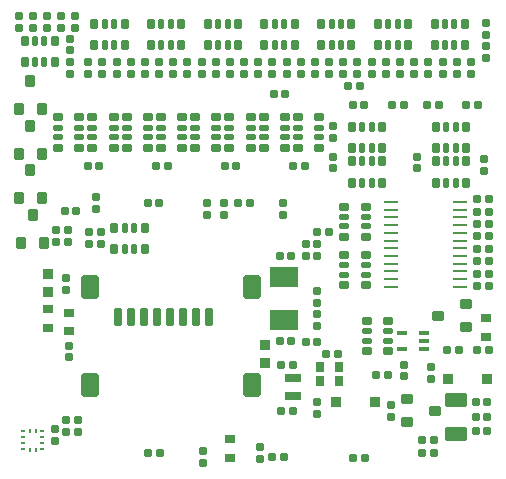
<source format=gbp>
G04*
G04 #@! TF.GenerationSoftware,Altium Limited,Altium Designer,22.11.1 (43)*
G04*
G04 Layer_Color=128*
%FSLAX25Y25*%
%MOIN*%
G70*
G04*
G04 #@! TF.SameCoordinates,8C82D437-5C52-4462-93A3-0E09C5BBDBC0*
G04*
G04*
G04 #@! TF.FilePolarity,Positive*
G04*
G01*
G75*
G04:AMPARAMS|DCode=25|XSize=27.56mil|YSize=23.62mil|CornerRadius=2.36mil|HoleSize=0mil|Usage=FLASHONLY|Rotation=0.000|XOffset=0mil|YOffset=0mil|HoleType=Round|Shape=RoundedRectangle|*
%AMROUNDEDRECTD25*
21,1,0.02756,0.01890,0,0,0.0*
21,1,0.02284,0.02362,0,0,0.0*
1,1,0.00472,0.01142,-0.00945*
1,1,0.00472,-0.01142,-0.00945*
1,1,0.00472,-0.01142,0.00945*
1,1,0.00472,0.01142,0.00945*
%
%ADD25ROUNDEDRECTD25*%
G04:AMPARAMS|DCode=29|XSize=25.59mil|YSize=31.5mil|CornerRadius=2.56mil|HoleSize=0mil|Usage=FLASHONLY|Rotation=270.000|XOffset=0mil|YOffset=0mil|HoleType=Round|Shape=RoundedRectangle|*
%AMROUNDEDRECTD29*
21,1,0.02559,0.02638,0,0,270.0*
21,1,0.02047,0.03150,0,0,270.0*
1,1,0.00512,-0.01319,-0.01024*
1,1,0.00512,-0.01319,0.01024*
1,1,0.00512,0.01319,0.01024*
1,1,0.00512,0.01319,-0.01024*
%
%ADD29ROUNDEDRECTD29*%
G04:AMPARAMS|DCode=30|XSize=17.72mil|YSize=31.5mil|CornerRadius=1.77mil|HoleSize=0mil|Usage=FLASHONLY|Rotation=270.000|XOffset=0mil|YOffset=0mil|HoleType=Round|Shape=RoundedRectangle|*
%AMROUNDEDRECTD30*
21,1,0.01772,0.02795,0,0,270.0*
21,1,0.01417,0.03150,0,0,270.0*
1,1,0.00354,-0.01398,-0.00709*
1,1,0.00354,-0.01398,0.00709*
1,1,0.00354,0.01398,0.00709*
1,1,0.00354,0.01398,-0.00709*
%
%ADD30ROUNDEDRECTD30*%
G04:AMPARAMS|DCode=34|XSize=12.6mil|YSize=31.5mil|CornerRadius=1.26mil|HoleSize=0mil|Usage=FLASHONLY|Rotation=270.000|XOffset=0mil|YOffset=0mil|HoleType=Round|Shape=RoundedRectangle|*
%AMROUNDEDRECTD34*
21,1,0.01260,0.02898,0,0,270.0*
21,1,0.01008,0.03150,0,0,270.0*
1,1,0.00252,-0.01449,-0.00504*
1,1,0.00252,-0.01449,0.00504*
1,1,0.00252,0.01449,0.00504*
1,1,0.00252,0.01449,-0.00504*
%
%ADD34ROUNDEDRECTD34*%
G04:AMPARAMS|DCode=40|XSize=27.56mil|YSize=23.62mil|CornerRadius=2.36mil|HoleSize=0mil|Usage=FLASHONLY|Rotation=270.000|XOffset=0mil|YOffset=0mil|HoleType=Round|Shape=RoundedRectangle|*
%AMROUNDEDRECTD40*
21,1,0.02756,0.01890,0,0,270.0*
21,1,0.02284,0.02362,0,0,270.0*
1,1,0.00472,-0.00945,-0.01142*
1,1,0.00472,-0.00945,0.01142*
1,1,0.00472,0.00945,0.01142*
1,1,0.00472,0.00945,-0.01142*
%
%ADD40ROUNDEDRECTD40*%
G04:AMPARAMS|DCode=87|XSize=59.06mil|YSize=25.59mil|CornerRadius=2.56mil|HoleSize=0mil|Usage=FLASHONLY|Rotation=270.000|XOffset=0mil|YOffset=0mil|HoleType=Round|Shape=RoundedRectangle|*
%AMROUNDEDRECTD87*
21,1,0.05906,0.02047,0,0,270.0*
21,1,0.05394,0.02559,0,0,270.0*
1,1,0.00512,-0.01024,-0.02697*
1,1,0.00512,-0.01024,0.02697*
1,1,0.00512,0.01024,0.02697*
1,1,0.00512,0.01024,-0.02697*
%
%ADD87ROUNDEDRECTD87*%
G04:AMPARAMS|DCode=88|XSize=78.74mil|YSize=57.09mil|CornerRadius=5.71mil|HoleSize=0mil|Usage=FLASHONLY|Rotation=270.000|XOffset=0mil|YOffset=0mil|HoleType=Round|Shape=RoundedRectangle|*
%AMROUNDEDRECTD88*
21,1,0.07874,0.04567,0,0,270.0*
21,1,0.06732,0.05709,0,0,270.0*
1,1,0.01142,-0.02284,-0.03366*
1,1,0.01142,-0.02284,0.03366*
1,1,0.01142,0.02284,0.03366*
1,1,0.01142,0.02284,-0.03366*
%
%ADD88ROUNDEDRECTD88*%
G04:AMPARAMS|DCode=89|XSize=35.83mil|YSize=33.47mil|CornerRadius=3.35mil|HoleSize=0mil|Usage=FLASHONLY|Rotation=180.000|XOffset=0mil|YOffset=0mil|HoleType=Round|Shape=RoundedRectangle|*
%AMROUNDEDRECTD89*
21,1,0.03583,0.02677,0,0,180.0*
21,1,0.02913,0.03347,0,0,180.0*
1,1,0.00669,-0.01457,0.01339*
1,1,0.00669,0.01457,0.01339*
1,1,0.00669,0.01457,-0.01339*
1,1,0.00669,-0.01457,-0.01339*
%
%ADD89ROUNDEDRECTD89*%
%ADD91R,0.09449X0.06693*%
G04:AMPARAMS|DCode=92|XSize=25.59mil|YSize=31.5mil|CornerRadius=2.56mil|HoleSize=0mil|Usage=FLASHONLY|Rotation=180.000|XOffset=0mil|YOffset=0mil|HoleType=Round|Shape=RoundedRectangle|*
%AMROUNDEDRECTD92*
21,1,0.02559,0.02638,0,0,180.0*
21,1,0.02047,0.03150,0,0,180.0*
1,1,0.00512,-0.01024,0.01319*
1,1,0.00512,0.01024,0.01319*
1,1,0.00512,0.01024,-0.01319*
1,1,0.00512,-0.01024,-0.01319*
%
%ADD92ROUNDEDRECTD92*%
G04:AMPARAMS|DCode=93|XSize=17.72mil|YSize=31.5mil|CornerRadius=1.77mil|HoleSize=0mil|Usage=FLASHONLY|Rotation=180.000|XOffset=0mil|YOffset=0mil|HoleType=Round|Shape=RoundedRectangle|*
%AMROUNDEDRECTD93*
21,1,0.01772,0.02795,0,0,180.0*
21,1,0.01417,0.03150,0,0,180.0*
1,1,0.00354,-0.00709,0.01398*
1,1,0.00354,0.00709,0.01398*
1,1,0.00354,0.00709,-0.01398*
1,1,0.00354,-0.00709,-0.01398*
%
%ADD93ROUNDEDRECTD93*%
G04:AMPARAMS|DCode=94|XSize=35.43mil|YSize=37.4mil|CornerRadius=3.54mil|HoleSize=0mil|Usage=FLASHONLY|Rotation=90.000|XOffset=0mil|YOffset=0mil|HoleType=Round|Shape=RoundedRectangle|*
%AMROUNDEDRECTD94*
21,1,0.03543,0.03032,0,0,90.0*
21,1,0.02835,0.03740,0,0,90.0*
1,1,0.00709,0.01516,0.01417*
1,1,0.00709,0.01516,-0.01417*
1,1,0.00709,-0.01516,-0.01417*
1,1,0.00709,-0.01516,0.01417*
%
%ADD94ROUNDEDRECTD94*%
G04:AMPARAMS|DCode=95|XSize=35.43mil|YSize=37.4mil|CornerRadius=3.54mil|HoleSize=0mil|Usage=FLASHONLY|Rotation=90.000|XOffset=0mil|YOffset=0mil|HoleType=Round|Shape=RoundedRectangle|*
%AMROUNDEDRECTD95*
21,1,0.03543,0.03032,0,0,90.0*
21,1,0.02835,0.03740,0,0,90.0*
1,1,0.00709,0.01516,0.01417*
1,1,0.00709,0.01516,-0.01417*
1,1,0.00709,-0.01516,-0.01417*
1,1,0.00709,-0.01516,0.01417*
%
%ADD95ROUNDEDRECTD95*%
G04:AMPARAMS|DCode=96|XSize=27.56mil|YSize=36.22mil|CornerRadius=2.76mil|HoleSize=0mil|Usage=FLASHONLY|Rotation=270.000|XOffset=0mil|YOffset=0mil|HoleType=Round|Shape=RoundedRectangle|*
%AMROUNDEDRECTD96*
21,1,0.02756,0.03071,0,0,270.0*
21,1,0.02205,0.03622,0,0,270.0*
1,1,0.00551,-0.01535,-0.01102*
1,1,0.00551,-0.01535,0.01102*
1,1,0.00551,0.01535,0.01102*
1,1,0.00551,0.01535,-0.01102*
%
%ADD96ROUNDEDRECTD96*%
G04:AMPARAMS|DCode=97|XSize=27.56mil|YSize=55.12mil|CornerRadius=2.76mil|HoleSize=0mil|Usage=FLASHONLY|Rotation=90.000|XOffset=0mil|YOffset=0mil|HoleType=Round|Shape=RoundedRectangle|*
%AMROUNDEDRECTD97*
21,1,0.02756,0.04961,0,0,90.0*
21,1,0.02205,0.05512,0,0,90.0*
1,1,0.00551,0.02480,0.01102*
1,1,0.00551,0.02480,-0.01102*
1,1,0.00551,-0.02480,-0.01102*
1,1,0.00551,-0.02480,0.01102*
%
%ADD97ROUNDEDRECTD97*%
G04:AMPARAMS|DCode=98|XSize=27.56mil|YSize=36.22mil|CornerRadius=2.76mil|HoleSize=0mil|Usage=FLASHONLY|Rotation=180.000|XOffset=0mil|YOffset=0mil|HoleType=Round|Shape=RoundedRectangle|*
%AMROUNDEDRECTD98*
21,1,0.02756,0.03071,0,0,180.0*
21,1,0.02205,0.03622,0,0,180.0*
1,1,0.00551,-0.01102,0.01535*
1,1,0.00551,0.01102,0.01535*
1,1,0.00551,0.01102,-0.01535*
1,1,0.00551,-0.01102,-0.01535*
%
%ADD98ROUNDEDRECTD98*%
G04:AMPARAMS|DCode=99|XSize=70.87mil|YSize=45.28mil|CornerRadius=4.53mil|HoleSize=0mil|Usage=FLASHONLY|Rotation=180.000|XOffset=0mil|YOffset=0mil|HoleType=Round|Shape=RoundedRectangle|*
%AMROUNDEDRECTD99*
21,1,0.07087,0.03622,0,0,180.0*
21,1,0.06181,0.04528,0,0,180.0*
1,1,0.00906,-0.03091,0.01811*
1,1,0.00906,0.03091,0.01811*
1,1,0.00906,0.03091,-0.01811*
1,1,0.00906,-0.03091,-0.01811*
%
%ADD99ROUNDEDRECTD99*%
G04:AMPARAMS|DCode=100|XSize=33.47mil|YSize=33.47mil|CornerRadius=3.35mil|HoleSize=0mil|Usage=FLASHONLY|Rotation=90.000|XOffset=0mil|YOffset=0mil|HoleType=Round|Shape=RoundedRectangle|*
%AMROUNDEDRECTD100*
21,1,0.03347,0.02677,0,0,90.0*
21,1,0.02677,0.03347,0,0,90.0*
1,1,0.00669,0.01339,0.01339*
1,1,0.00669,0.01339,-0.01339*
1,1,0.00669,-0.01339,-0.01339*
1,1,0.00669,-0.01339,0.01339*
%
%ADD100ROUNDEDRECTD100*%
%ADD101O,0.04961X0.00984*%
G04:AMPARAMS|DCode=102|XSize=35.43mil|YSize=37.4mil|CornerRadius=3.54mil|HoleSize=0mil|Usage=FLASHONLY|Rotation=180.000|XOffset=0mil|YOffset=0mil|HoleType=Round|Shape=RoundedRectangle|*
%AMROUNDEDRECTD102*
21,1,0.03543,0.03032,0,0,180.0*
21,1,0.02835,0.03740,0,0,180.0*
1,1,0.00709,-0.01417,0.01516*
1,1,0.00709,0.01417,0.01516*
1,1,0.00709,0.01417,-0.01516*
1,1,0.00709,-0.01417,-0.01516*
%
%ADD102ROUNDEDRECTD102*%
G04:AMPARAMS|DCode=103|XSize=35.43mil|YSize=37.4mil|CornerRadius=3.54mil|HoleSize=0mil|Usage=FLASHONLY|Rotation=180.000|XOffset=0mil|YOffset=0mil|HoleType=Round|Shape=RoundedRectangle|*
%AMROUNDEDRECTD103*
21,1,0.03543,0.03032,0,0,180.0*
21,1,0.02835,0.03740,0,0,180.0*
1,1,0.00709,-0.01417,0.01516*
1,1,0.00709,0.01417,0.01516*
1,1,0.00709,0.01417,-0.01516*
1,1,0.00709,-0.01417,-0.01516*
%
%ADD103ROUNDEDRECTD103*%
%ADD104R,0.00984X0.01378*%
%ADD105R,0.01378X0.00984*%
D25*
X161036Y104996D02*
D03*
Y101058D02*
D03*
X134252Y32677D02*
D03*
Y36614D02*
D03*
X143307Y31890D02*
D03*
Y35827D02*
D03*
X31890Y88583D02*
D03*
Y92520D02*
D03*
X94193Y90453D02*
D03*
Y86516D02*
D03*
X105511Y24016D02*
D03*
Y20079D02*
D03*
X74508Y90453D02*
D03*
Y86516D02*
D03*
X86319Y9154D02*
D03*
Y5217D02*
D03*
X33464Y76772D02*
D03*
Y80709D02*
D03*
X29528Y76772D02*
D03*
Y80709D02*
D03*
X129921Y23228D02*
D03*
Y19291D02*
D03*
X21850Y61417D02*
D03*
Y65354D02*
D03*
X22834Y38976D02*
D03*
Y42913D02*
D03*
X68602Y90453D02*
D03*
Y86516D02*
D03*
X67322Y3937D02*
D03*
Y7874D02*
D03*
X105511Y53543D02*
D03*
Y49606D02*
D03*
Y57087D02*
D03*
Y61024D02*
D03*
X118897Y133465D02*
D03*
Y137402D02*
D03*
X114173Y133465D02*
D03*
Y137402D02*
D03*
X109449Y133465D02*
D03*
Y137402D02*
D03*
X104724Y133465D02*
D03*
Y137402D02*
D03*
X20079Y152756D02*
D03*
Y148819D02*
D03*
X15354D02*
D03*
Y152756D02*
D03*
X10630D02*
D03*
Y148819D02*
D03*
X5906Y152756D02*
D03*
Y148819D02*
D03*
X138779Y105905D02*
D03*
Y101969D02*
D03*
X110826Y105905D02*
D03*
Y101969D02*
D03*
X142520Y133465D02*
D03*
Y137402D02*
D03*
X147244Y133465D02*
D03*
Y137402D02*
D03*
X151969Y133465D02*
D03*
Y137402D02*
D03*
X156693Y133465D02*
D03*
Y137402D02*
D03*
X123622Y133465D02*
D03*
Y137402D02*
D03*
X128346Y133465D02*
D03*
Y137402D02*
D03*
X133071Y133465D02*
D03*
Y137402D02*
D03*
X137795Y133465D02*
D03*
Y137402D02*
D03*
X85827Y133465D02*
D03*
Y137402D02*
D03*
X90551Y133465D02*
D03*
Y137402D02*
D03*
X95276Y133465D02*
D03*
Y137402D02*
D03*
X100000Y133465D02*
D03*
Y137402D02*
D03*
X66929D02*
D03*
Y133465D02*
D03*
X71653D02*
D03*
Y137402D02*
D03*
X76378Y133465D02*
D03*
Y137402D02*
D03*
X81102Y133465D02*
D03*
Y137402D02*
D03*
X48031Y133465D02*
D03*
Y137402D02*
D03*
X52756Y133465D02*
D03*
Y137402D02*
D03*
X57480Y133465D02*
D03*
Y137402D02*
D03*
X62204Y133465D02*
D03*
Y137402D02*
D03*
X33858Y133465D02*
D03*
Y137402D02*
D03*
X38582Y133465D02*
D03*
Y137402D02*
D03*
X43307Y133465D02*
D03*
Y137402D02*
D03*
X161811Y142717D02*
D03*
Y138779D02*
D03*
X24803Y148819D02*
D03*
Y152756D02*
D03*
X110826Y116142D02*
D03*
Y112205D02*
D03*
X23228Y137402D02*
D03*
Y133465D02*
D03*
X161811Y150394D02*
D03*
Y146457D02*
D03*
X23228Y141339D02*
D03*
Y145276D02*
D03*
X18110Y11024D02*
D03*
Y14961D02*
D03*
X29133Y133465D02*
D03*
Y137402D02*
D03*
D29*
X129134Y41043D02*
D03*
X122047D02*
D03*
X122047Y51083D02*
D03*
X129134D02*
D03*
X114567Y89272D02*
D03*
X121653D02*
D03*
Y79232D02*
D03*
X114567D02*
D03*
Y73130D02*
D03*
X121653D02*
D03*
Y63091D02*
D03*
X114567D02*
D03*
X19094Y108957D02*
D03*
X26181D02*
D03*
Y118996D02*
D03*
X19094Y118996D02*
D03*
X37598Y118996D02*
D03*
X30512D02*
D03*
Y108957D02*
D03*
X37598Y108957D02*
D03*
X87598Y108957D02*
D03*
X94685D02*
D03*
Y118996D02*
D03*
X87598D02*
D03*
X106102Y118996D02*
D03*
X99015Y118996D02*
D03*
Y108957D02*
D03*
X106102D02*
D03*
X64763Y108957D02*
D03*
X71850Y108957D02*
D03*
X71850Y118996D02*
D03*
X64763D02*
D03*
X83267Y118996D02*
D03*
X76181Y118996D02*
D03*
Y108957D02*
D03*
X83267D02*
D03*
X41929Y108957D02*
D03*
X49015Y108957D02*
D03*
X49015Y118996D02*
D03*
X41929D02*
D03*
X60433Y118996D02*
D03*
X53346Y118996D02*
D03*
Y108957D02*
D03*
X60433D02*
D03*
D30*
X122047Y47638D02*
D03*
Y44488D02*
D03*
X129134Y44488D02*
D03*
X129134Y47638D02*
D03*
X121653Y82677D02*
D03*
Y85827D02*
D03*
X114567D02*
D03*
Y82677D02*
D03*
X121653Y66536D02*
D03*
Y69685D02*
D03*
X114567D02*
D03*
Y66536D02*
D03*
X19094Y112402D02*
D03*
Y115551D02*
D03*
X26181D02*
D03*
Y112402D02*
D03*
X37598Y115551D02*
D03*
Y112402D02*
D03*
X30512D02*
D03*
Y115551D02*
D03*
X87598Y112402D02*
D03*
Y115551D02*
D03*
X94685D02*
D03*
Y112402D02*
D03*
X106102Y115551D02*
D03*
Y112402D02*
D03*
X99015D02*
D03*
Y115551D02*
D03*
X64763Y112402D02*
D03*
Y115551D02*
D03*
X71850D02*
D03*
Y112402D02*
D03*
X83267Y115551D02*
D03*
X83267Y112402D02*
D03*
X76181Y112402D02*
D03*
Y115551D02*
D03*
X41929Y112402D02*
D03*
Y115551D02*
D03*
X49015D02*
D03*
Y112402D02*
D03*
X60433Y115551D02*
D03*
X60433Y112402D02*
D03*
X53346Y112402D02*
D03*
Y115551D02*
D03*
D34*
X141142Y47047D02*
D03*
Y44488D02*
D03*
Y41929D02*
D03*
X133661D02*
D03*
Y47047D02*
D03*
D40*
X125197Y33071D02*
D03*
X129134D02*
D03*
X25197Y87795D02*
D03*
X21260D02*
D03*
X162205Y14567D02*
D03*
X158268D02*
D03*
X94488Y5906D02*
D03*
X90551D02*
D03*
X25787Y18110D02*
D03*
X21850D02*
D03*
X53150Y7087D02*
D03*
X49213D02*
D03*
X140551Y6988D02*
D03*
X144488D02*
D03*
X140551Y11417D02*
D03*
X144488D02*
D03*
X105511Y72835D02*
D03*
X101575D02*
D03*
X96850D02*
D03*
X92913D02*
D03*
X96850Y44488D02*
D03*
X92913D02*
D03*
X162205Y24016D02*
D03*
X158268D02*
D03*
X117520Y5315D02*
D03*
X121457D02*
D03*
X162205Y19291D02*
D03*
X158268D02*
D03*
X105512Y80709D02*
D03*
X109449D02*
D03*
X22441Y81496D02*
D03*
X18504D02*
D03*
X22441Y77559D02*
D03*
X18504D02*
D03*
X21850Y14173D02*
D03*
X25787D02*
D03*
X48917Y90453D02*
D03*
X52854D02*
D03*
X105512Y44094D02*
D03*
X101575D02*
D03*
X105512Y76772D02*
D03*
X101575D02*
D03*
X97244Y21260D02*
D03*
X93307D02*
D03*
X97244Y36614D02*
D03*
X93307D02*
D03*
X83169Y90453D02*
D03*
X79232D02*
D03*
X112500Y40059D02*
D03*
X108563D02*
D03*
X28937Y102756D02*
D03*
X32874D02*
D03*
X97441D02*
D03*
X101378D02*
D03*
X74606D02*
D03*
X78543D02*
D03*
X51772D02*
D03*
X55709D02*
D03*
X90945Y126772D02*
D03*
X94882D02*
D03*
X145996Y123228D02*
D03*
X142059D02*
D03*
X155185Y123228D02*
D03*
X159122D02*
D03*
X121193Y123228D02*
D03*
X117256D02*
D03*
X130382Y123228D02*
D03*
X134318D02*
D03*
X158661Y41339D02*
D03*
X162598D02*
D03*
X152756D02*
D03*
X148819D02*
D03*
X115748Y129528D02*
D03*
X119685D02*
D03*
X162598Y91732D02*
D03*
X158661D02*
D03*
X162598Y79331D02*
D03*
X158661D02*
D03*
X162598Y75197D02*
D03*
X158661D02*
D03*
X162598Y66929D02*
D03*
X158661D02*
D03*
X162598Y71063D02*
D03*
X158661D02*
D03*
X162598Y62795D02*
D03*
X158661D02*
D03*
X162598Y83465D02*
D03*
X158661D02*
D03*
X162598Y87598D02*
D03*
X158661D02*
D03*
D87*
X69409Y52350D02*
D03*
X65078D02*
D03*
X60748D02*
D03*
X56417D02*
D03*
X52086D02*
D03*
X47756D02*
D03*
X43425D02*
D03*
X39094D02*
D03*
D88*
X29724Y62587D02*
D03*
Y29909D02*
D03*
X83858D02*
D03*
Y62587D02*
D03*
D89*
X124803Y24016D02*
D03*
X111811D02*
D03*
X149212Y31890D02*
D03*
X162205Y31890D02*
D03*
D91*
X94488Y51378D02*
D03*
X94488Y65945D02*
D03*
D92*
X47933Y75197D02*
D03*
X47933Y82284D02*
D03*
X37894D02*
D03*
Y75197D02*
D03*
X116831Y150197D02*
D03*
Y143110D02*
D03*
X106791D02*
D03*
Y150197D02*
D03*
X144980Y115748D02*
D03*
X144980Y108661D02*
D03*
X155020Y108661D02*
D03*
X155020Y115748D02*
D03*
Y97244D02*
D03*
X155020Y104331D02*
D03*
X144980D02*
D03*
Y97244D02*
D03*
X117027Y115748D02*
D03*
Y108661D02*
D03*
X127067Y108661D02*
D03*
X127067Y115748D02*
D03*
X127067Y97244D02*
D03*
Y104331D02*
D03*
X117027D02*
D03*
Y97244D02*
D03*
X154626Y150197D02*
D03*
X154626Y143110D02*
D03*
X144586D02*
D03*
X144586Y150197D02*
D03*
X135728D02*
D03*
Y143110D02*
D03*
X125689D02*
D03*
X125689Y150197D02*
D03*
X97933D02*
D03*
X97933Y143110D02*
D03*
X87894D02*
D03*
Y150197D02*
D03*
X79035D02*
D03*
X79035Y143110D02*
D03*
X68996Y143110D02*
D03*
Y150197D02*
D03*
X60138D02*
D03*
X60138Y143110D02*
D03*
X50098D02*
D03*
Y150197D02*
D03*
X41240D02*
D03*
Y143110D02*
D03*
X31201Y143110D02*
D03*
X31201Y150197D02*
D03*
X7972Y144488D02*
D03*
Y137402D02*
D03*
X18011D02*
D03*
X18011Y144488D02*
D03*
D93*
X44488Y75197D02*
D03*
X41339D02*
D03*
Y82284D02*
D03*
X44488D02*
D03*
X110236Y143110D02*
D03*
X113386D02*
D03*
Y150197D02*
D03*
X110236D02*
D03*
X148425Y115748D02*
D03*
X151575Y115748D02*
D03*
Y108661D02*
D03*
X148425D02*
D03*
X151575Y97244D02*
D03*
X148425Y97244D02*
D03*
X148425Y104331D02*
D03*
X151575D02*
D03*
X120472Y115748D02*
D03*
X123622D02*
D03*
Y108661D02*
D03*
X120472Y108661D02*
D03*
X123622Y97244D02*
D03*
X120472D02*
D03*
Y104331D02*
D03*
X123622D02*
D03*
X148031Y143110D02*
D03*
X151181D02*
D03*
Y150197D02*
D03*
X148031D02*
D03*
X129134Y143110D02*
D03*
X132283Y143110D02*
D03*
Y150197D02*
D03*
X129134D02*
D03*
X91339Y143110D02*
D03*
X94488D02*
D03*
Y150197D02*
D03*
X91339D02*
D03*
X72441Y143110D02*
D03*
X75590Y143110D02*
D03*
Y150197D02*
D03*
X72441D02*
D03*
X53543Y143110D02*
D03*
X56693D02*
D03*
Y150197D02*
D03*
X53543D02*
D03*
X34646Y143110D02*
D03*
X37795Y143110D02*
D03*
Y150197D02*
D03*
X34646D02*
D03*
X11417Y144488D02*
D03*
X14567D02*
D03*
Y137402D02*
D03*
X11417D02*
D03*
D94*
X135512Y17520D02*
D03*
X144764Y21260D02*
D03*
X154920Y56632D02*
D03*
X145669Y52892D02*
D03*
D95*
X135512Y25000D02*
D03*
X154921Y49151D02*
D03*
D96*
X22835Y47638D02*
D03*
Y53937D02*
D03*
X76476Y11909D02*
D03*
Y5610D02*
D03*
X161811Y45669D02*
D03*
X161811Y51968D02*
D03*
X15748Y48819D02*
D03*
Y55118D02*
D03*
D97*
X97244Y26181D02*
D03*
Y32087D02*
D03*
D98*
X106299Y31102D02*
D03*
X112598Y31102D02*
D03*
X106299Y35728D02*
D03*
X112598D02*
D03*
D99*
X151575Y13386D02*
D03*
Y24803D02*
D03*
D100*
X15748Y66850D02*
D03*
Y60630D02*
D03*
X88189Y37047D02*
D03*
Y43268D02*
D03*
D101*
X152913Y90748D02*
D03*
Y88189D02*
D03*
Y85630D02*
D03*
Y83071D02*
D03*
Y80512D02*
D03*
Y77953D02*
D03*
Y75394D02*
D03*
Y72835D02*
D03*
Y70276D02*
D03*
Y67717D02*
D03*
Y65158D02*
D03*
Y62599D02*
D03*
X129921Y90748D02*
D03*
Y88189D02*
D03*
Y85630D02*
D03*
Y83071D02*
D03*
Y80512D02*
D03*
Y77953D02*
D03*
Y75394D02*
D03*
Y72835D02*
D03*
Y70276D02*
D03*
Y67717D02*
D03*
Y65158D02*
D03*
Y62599D02*
D03*
D102*
X13582Y121850D02*
D03*
X9842Y131102D02*
D03*
Y116207D02*
D03*
X13582Y106955D02*
D03*
Y92060D02*
D03*
X9842Y101312D02*
D03*
X14370Y77165D02*
D03*
X10630Y86417D02*
D03*
D103*
X6102Y121850D02*
D03*
Y106955D02*
D03*
Y92060D02*
D03*
X6889Y77165D02*
D03*
D104*
X9645Y14567D02*
D03*
X11614D02*
D03*
Y8268D02*
D03*
X9645D02*
D03*
D105*
X13779Y14370D02*
D03*
Y12402D02*
D03*
Y10433D02*
D03*
Y8465D02*
D03*
X7480Y14370D02*
D03*
Y8465D02*
D03*
Y12402D02*
D03*
Y10433D02*
D03*
M02*

</source>
